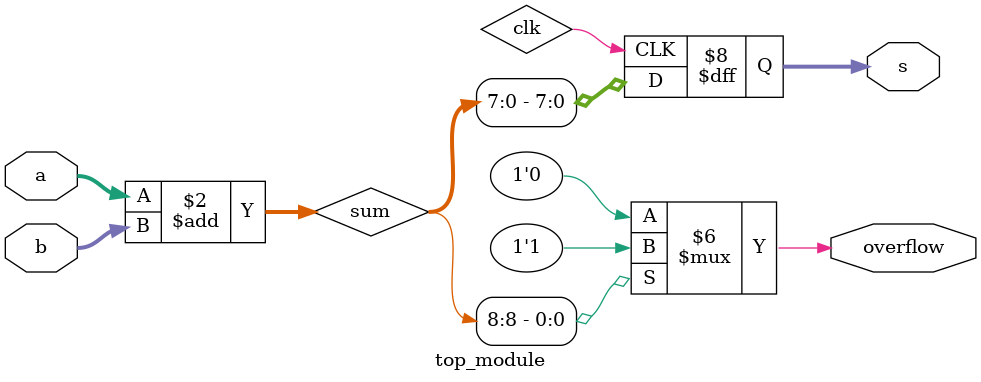
<source format=sv>
module top_module (
  input [7:0] a,
  input [7:0] b,
  output reg [7:0] s,
  output reg overflow
);

  // Declare internal signals
  reg signed [8:0] sum; // Sum of a and b (including carry bit)
  
  // Perform the addition operation
  always @(*) begin // Use combinational logic
    sum = a + b; // Add a and b
    
    // Check for carry
    if (sum[8] == 1'b1) // MSB is 1
      overflow = 1'b1; // Set overflow to 1
    else
      overflow = 1'b0; // Set overflow to 0
  end

  // Assign outputs
  always @(posedge clk) begin
    s <= sum[7:0]; // Output the lower 8 bits of the sum
  end

endmodule

</source>
